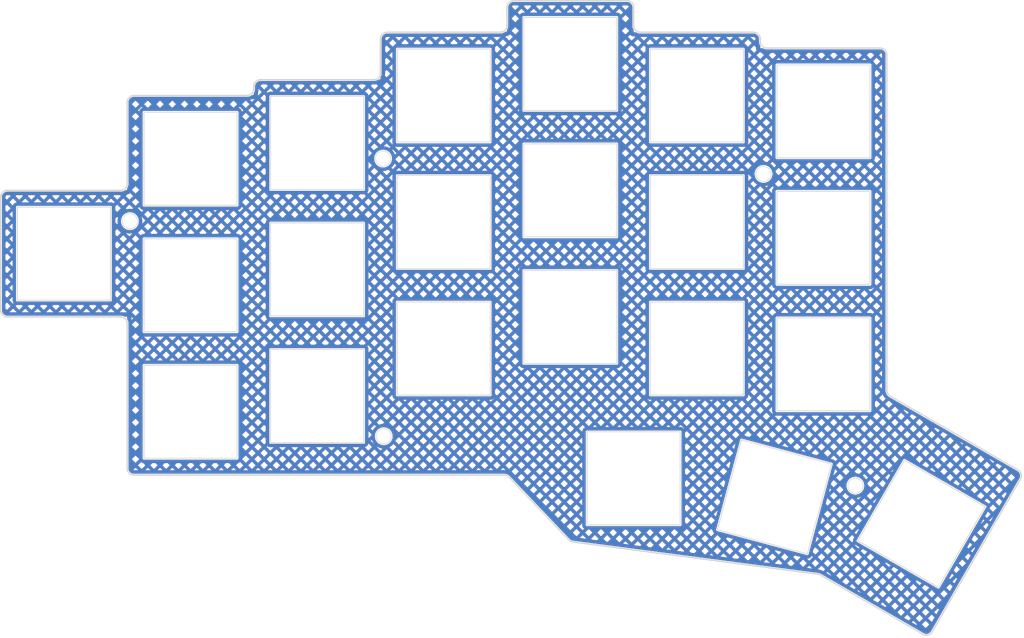
<source format=kicad_pcb>
(kicad_pcb (version 20211014) (generator pcbnew)
  (layers (0 "F.Cu" signal) (31 "B.Cu" signal) (34 "B.Paste" user) (35 "F.Paste" user) (36 "B.SilkS" user "B.Silkscreen") (37 "F.SilkS" user "F.Silkscreen") (38 "B.Mask" user) (39 "F.Mask" user) (44 "Edge.Cuts" user))
  (net 0 "")
  (footprint "kbd:SW_Hole" (layer "F.Cu") (at 42.721463 76.099368)
    (fp_text reference "K18" hide)
    (fp_text value "KEYSW" hide)
    (fp_line (start -7 -7) (end -7 7) (layer "Edge.Cuts") (width 0.12))
    (fp_line (start 7 7) (end 7 -7) (layer "Edge.Cuts") (width 0.12))
    (fp_line (start 7 -7) (end -7 -7) (layer "Edge.Cuts") (width 0.12))
    (fp_line (start -7 7) (end 7 7) (layer "Edge.Cuts") (width 0.12))
  )
  (footprint "kbd:SW_Hole" (layer "F.Cu") (at 118.721463 47.599367)
    (fp_text reference "K21" hide)
    (fp_text value "KEYSW" hide)
    (fp_line (start 7 7) (end 7 -7) (layer "Edge.Cuts") (width 0.12))
    (fp_line (start -7 7) (end 7 7) (layer "Edge.Cuts") (width 0.12))
    (fp_line (start 7 -7) (end -7 -7) (layer "Edge.Cuts") (width 0.12))
    (fp_line (start -7 -7) (end -7 7) (layer "Edge.Cuts") (width 0.12))
  )
  (footprint "kbd:SW_Hole" (layer "F.Cu") (at 42.721463 57.099368)
    (fp_text reference "K14" hide)
    (fp_text value "KEYSW" hide)
    (fp_line (start -7 -7) (end -7 7) (layer "Edge.Cuts") (width 0.12))
    (fp_line (start -7 7) (end 7 7) (layer "Edge.Cuts") (width 0.12))
    (fp_line (start 7 -7) (end -7 -7) (layer "Edge.Cuts") (width 0.12))
    (fp_line (start 7 7) (end 7 -7) (layer "Edge.Cuts") (width 0.12))
  )
  (footprint "kbd:SW_Hole" (layer "F.Cu") (at 61.721463 35.724368)
    (fp_text reference "K13" hide)
    (fp_text value "KEYSW" hide)
    (fp_line (start 7 -7) (end -7 -7) (layer "Edge.Cuts") (width 0.12))
    (fp_line (start -7 7) (end 7 7) (layer "Edge.Cuts") (width 0.12))
    (fp_line (start -7 -7) (end -7 7) (layer "Edge.Cuts") (width 0.12))
    (fp_line (start 7 7) (end 7 -7) (layer "Edge.Cuts") (width 0.12))
  )
  (footprint "kbd:SW_Hole" (layer "F.Cu") (at 152.426296 92.925796 60)
    (fp_text reference "K22" hide)
    (fp_text value "KEYSW" hide)
    (fp_line (start -7 7) (end 7 7) (layer "Edge.Cuts") (width 0.12))
    (fp_line (start 7 -7) (end -7 -7) (layer "Edge.Cuts") (width 0.12))
    (fp_line (start -7 -7) (end -7 7) (layer "Edge.Cuts") (width 0.12))
    (fp_line (start 7 7) (end 7 -7) (layer "Edge.Cuts") (width 0.12))
  )
  (footprint "kbd:M2_Hole_Edge_Cut" (layer "F.Cu") (at 128.721463 40.374367)
    (fp_text reference "H8")
    (fp_text value "MountingHole")
    (fp_circle (center 0 0) (end 1.15 0) (layer "Edge.Cuts") (width 0.1) (fill none))
  )
  (footprint "kbd:SW_Hole" (layer "F.Cu") (at 80.721463 66.599368)
    (fp_text reference "K9" hide)
    (fp_text value "KEYSW" hide)
    (fp_line (start 7 -7) (end -7 -7) (layer "Edge.Cuts") (width 0.12))
    (fp_line (start 7 7) (end 7 -7) (layer "Edge.Cuts") (width 0.12))
    (fp_line (start -7 7) (end 7 7) (layer "Edge.Cuts") (width 0.12))
    (fp_line (start -7 -7) (end -7 7) (layer "Edge.Cuts") (width 0.12))
  )
  (footprint "kbd:M2_Hole_Edge_Cut" (layer "F.Cu") (at 71.621463 38.074367)
    (fp_text reference "H4")
    (fp_text value "MountingHole")
    (fp_circle (center 0 0) (end 1.15 0) (layer "Edge.Cuts") (width 0.1) (fill none))
  )
  (footprint "kbd:SW_Hole" (layer "F.Cu") (at 130.35654 88.881582 -15)
    (fp_text reference "K1" hide)
    (fp_text value "KEYSW" hide)
    (fp_line (start 7 -7) (end -7 -7) (layer "Edge.Cuts") (width 0.12))
    (fp_line (start 7 7) (end 7 -7) (layer "Edge.Cuts") (width 0.12))
    (fp_line (start -7 -7) (end -7 7) (layer "Edge.Cuts") (width 0.12))
    (fp_line (start -7 7) (end 7 7) (layer "Edge.Cuts") (width 0.12))
  )
  (footprint "kbd:SW_Hole" (layer "F.Cu") (at 99.721463 23.849368)
    (fp_text reference "K11" hide)
    (fp_text value "KEYSW" hide)
    (fp_line (start -7 -7) (end -7 7) (layer "Edge.Cuts") (width 0.12))
    (fp_line (start 7 7) (end 7 -7) (layer "Edge.Cuts") (width 0.12))
    (fp_line (start -7 7) (end 7 7) (layer "Edge.Cuts") (width 0.12))
    (fp_line (start 7 -7) (end -7 -7) (layer "Edge.Cuts") (width 0.12))
  )
  (footprint "kbd:SW_Hole" (layer "F.Cu") (at 42.721463 38.099368)
    (fp_text reference "K7" hide)
    (fp_text value "KEYSW" hide)
    (fp_line (start 7 7) (end 7 -7) (layer "Edge.Cuts") (width 0.12))
    (fp_line (start 7 -7) (end -7 -7) (layer "Edge.Cuts") (width 0.12))
    (fp_line (start -7 7) (end 7 7) (layer "Edge.Cuts") (width 0.12))
    (fp_line (start -7 -7) (end -7 7) (layer "Edge.Cuts") (width 0.12))
  )
  (footprint "kbd:SW_Hole" (layer "F.Cu") (at 118.721463 66.599367)
    (fp_text reference "K12" hide)
    (fp_text value "KEYSW" hide)
    (fp_line (start 7 -7) (end -7 -7) (layer "Edge.Cuts") (width 0.12))
    (fp_line (start -7 -7) (end -7 7) (layer "Edge.Cuts") (width 0.12))
    (fp_line (start -7 7) (end 7 7) (layer "Edge.Cuts") (width 0.12))
    (fp_line (start 7 7) (end 7 -7) (layer "Edge.Cuts") (width 0.12))
  )
  (footprint "kbd:M2_Hole_Edge_Cut" (layer "F.Cu") (at 33.621463 47.474367)
    (fp_text reference "H3")
    (fp_text value "MountingHole")
    (fp_circle (center 0 0) (end 1.15 0) (layer "Edge.Cuts") (width 0.1) (fill none))
  )
  (footprint "kbd:SW_Hole" (layer "F.Cu") (at 118.721463 28.599367)
    (fp_text reference "K16" hide)
    (fp_text value "KEYSW" hide)
    (fp_line (start 7 7) (end 7 -7) (layer "Edge.Cuts") (width 0.12))
    (fp_line (start 7 -7) (end -7 -7) (layer "Edge.Cuts") (width 0.12))
    (fp_line (start -7 -7) (end -7 7) (layer "Edge.Cuts") (width 0.12))
    (fp_line (start -7 7) (end 7 7) (layer "Edge.Cuts") (width 0.12))
  )
  (footprint "kbd:SW_Hole" (layer "F.Cu") (at 80.721463 47.599368)
    (fp_text reference "K6" hide)
    (fp_text value "KEYSW" hide)
    (fp_line (start 7 7) (end 7 -7) (layer "Edge.Cuts") (width 0.12))
    (fp_line (start -7 7) (end 7 7) (layer "Edge.Cuts") (width 0.12))
    (fp_line (start 7 -7) (end -7 -7) (layer "Edge.Cuts") (width 0.12))
    (fp_line (start -7 -7) (end -7 7) (layer "Edge.Cuts") (width 0.12))
  )
  (footprint "kbd:SW_Hole" (layer "F.Cu") (at 109.221463 86.099097)
    (fp_text reference "K5" hide)
    (fp_text value "KEYSW" hide)
    (fp_line (start 7 7) (end 7 -7) (layer "Edge.Cuts") (width 0.12))
    (fp_line (start -7 -7) (end -7 7) (layer "Edge.Cuts") (width 0.12))
    (fp_line (start -7 7) (end 7 7) (layer "Edge.Cuts") (width 0.12))
    (fp_line (start 7 -7) (end -7 -7) (layer "Edge.Cuts") (width 0.12))
  )
  (footprint "kbd:SW_Hole" (layer "F.Cu") (at 137.721463 49.974367)
    (fp_text reference "K3" hide)
    (fp_text value "KEYSW" hide)
    (fp_line (start 7 7) (end 7 -7) (layer "Edge.Cuts") (width 0.12))
    (fp_line (start -7 7) (end 7 7) (layer "Edge.Cuts") (width 0.12))
    (fp_line (start 7 -7) (end -7 -7) (layer "Edge.Cuts") (width 0.12))
    (fp_line (start -7 -7) (end -7 7) (layer "Edge.Cuts") (width 0.12))
  )
  (footprint "kbd:SW_Hole" (layer "F.Cu") (at 23.721464 52.349367)
    (fp_text reference "K10" hide)
    (fp_text value "KEYSW" hide)
    (fp_line (start -7 -7) (end -7 7) (layer "Edge.Cuts") (width 0.12))
    (fp_line (start -7 7) (end 7 7) (layer "Edge.Cuts") (width 0.12))
    (fp_line (start 7 -7) (end -7 -7) (layer "Edge.Cuts") (width 0.12))
    (fp_line (start 7 7) (end 7 -7) (layer "Edge.Cuts") (width 0.12))
  )
  (footprint "kbd:SW_Hole" (layer "F.Cu") (at 99.721463 42.849368)
    (fp_text reference "K19" hide)
    (fp_text value "KEYSW" hide)
    (fp_line (start 7 -7) (end -7 -7) (layer "Edge.Cuts") (width 0.12))
    (fp_line (start -7 7) (end 7 7) (layer "Edge.Cuts") (width 0.12))
    (fp_line (start -7 -7) (end -7 7) (layer "Edge.Cuts") (width 0.12))
    (fp_line (start 7 7) (end 7 -7) (layer "Edge.Cuts") (width 0.12))
  )
  (footprint "kbd:SW_Hole" (layer "F.Cu") (at 61.721463 73.724368)
    (fp_text reference "K8" hide)
    (fp_text value "KEYSW" hide)
    (fp_line (start 7 7) (end 7 -7) (layer "Edge.Cuts") (width 0.12))
    (fp_line (start -7 7) (end 7 7) (layer "Edge.Cuts") (width 0.12))
    (fp_line (start 7 -7) (end -7 -7) (layer "Edge.Cuts") (width 0.12))
    (fp_line (start -7 -7) (end -7 7) (layer "Edge.Cuts") (width 0.12))
  )
  (footprint "kbd:M2_Hole_Edge_Cut" (layer "F.Cu") (at 71.721463 79.774367)
    (fp_text reference "H5")
    (fp_text value "MountingHole")
    (fp_circle (center 0 0) (end 1.15 0) (layer "Edge.Cuts") (width 0.1) (fill none))
  )
  (footprint "kbd:SW_Hole" (layer "F.Cu") (at 137.721463 30.974367)
    (fp_text reference "K4" hide)
    (fp_text value "KEYSW" hide)
    (fp_line (start 7 7) (end 7 -7) (layer "Edge.Cuts") (width 0.12))
    (fp_line (start -7 -7) (end -7 7) (layer "Edge.Cuts") (width 0.12))
    (fp_line (start 7 -7) (end -7 -7) (layer "Edge.Cuts") (width 0.12))
    (fp_line (start -7 7) (end 7 7) (layer "Edge.Cuts") (width 0.12))
  )
  (footprint "kbd:SW_Hole" (layer "F.Cu") (at 137.721463 68.974367)
    (fp_text reference "K2" hide)
    (fp_text value "KEYSW" hide)
    (fp_line (start -7 7) (end 7 7) (layer "Edge.Cuts") (width 0.12))
    (fp_line (start 7 -7) (end -7 -7) (layer "Edge.Cuts") (width 0.12))
    (fp_line (start 7 7) (end 7 -7) (layer "Edge.Cuts") (width 0.12))
    (fp_line (start -7 -7) (end -7 7) (layer "Edge.Cuts") (width 0.12))
  )
  (footprint "kbd:SW_Hole" (layer "F.Cu") (at 99.721463 61.849368)
    (fp_text reference "K15" hide)
    (fp_text value "KEYSW" hide)
    (fp_line (start -7 -7) (end -7 7) (layer "Edge.Cuts") (width 0.12))
    (fp_line (start 7 -7) (end -7 -7) (layer "Edge.Cuts") (width 0.12))
    (fp_line (start -7 7) (end 7 7) (layer "Edge.Cuts") (width 0.12))
    (fp_line (start 7 7) (end 7 -7) (layer "Edge.Cuts") (width 0.12))
  )
  (footprint "kbd:M2_Hole_Edge_Cut" (layer "F.Cu") (at 142.507505 87.19918)
    (fp_text reference "H9")
    (fp_text value "MountingHole")
    (fp_circle (center 0 0) (end 1.15 0) (layer "Edge.Cuts") (width 0.1) (fill none))
  )
  (footprint "kbd:SW_Hole" (layer "F.Cu") (at 61.721463 54.724368)
    (fp_text reference "K17" hide)
    (fp_text value "KEYSW" hide)
    (fp_line (start -7 7) (end 7 7) (layer "Edge.Cuts") (width 0.12))
    (fp_line (start -7 -7) (end -7 7) (layer "Edge.Cuts") (width 0.12))
    (fp_line (start 7 -7) (end -7 -7) (layer "Edge.Cuts") (width 0.12))
    (fp_line (start 7 7) (end 7 -7) (layer "Edge.Cuts") (width 0.12))
  )
  (footprint "kbd:SW_Hole" (layer "F.Cu") (at 80.721463 28.599368)
    (fp_text reference "K20" hide)
    (fp_text value "KEYSW" hide)
    (fp_line (start 7 7) (end 7 -7) (layer "Edge.Cuts") (width 0.12))
    (fp_line (start -7 -7) (end -7 7) (layer "Edge.Cuts") (width 0.12))
    (fp_line (start 7 -7) (end -7 -7) (layer "Edge.Cuts") (width 0.12))
    (fp_line (start -7 7) (end 7 7) (layer "Edge.Cuts") (width 0.12))
  )
  (gr_arc (start 89.796623 85.599366) (mid 90.187011 85.679618) (end 90.514076 85.907372) (layer "Edge.Cuts") (width 0.2))
  (gr_arc (start 166.912511 84.834934) (mid 167.378437 85.442141) (end 167.278537 86.20096) (layer "Edge.Cuts") (width 0.2))
  (gr_arc (start 90.221463 18.099368) (mid 89.92857 18.806475) (end 89.221463 19.099368) (layer "Edge.Cuts") (width 0.2))
  (gr_line (start 15.221464 42.849368) (end 32.221465 42.849368) (layer "Edge.Cuts") (width 0.2))
  (gr_line (start 33.221463 84.609762) (end 33.221463 62.849367) (layer "Edge.Cuts") (width 0.2))
  (gr_line (start 99.480311 95.345258) (end 90.514076 85.907372) (layer "Edge.Cuts") (width 0.2))
  (gr_line (start 147.721463 73.754978) (end 166.912511 84.834934) (layer "Edge.Cuts") (width 0.2))
  (gr_line (start 147.221463 22.474368) (end 147.221463 72.888952) (layer "Edge.Cuts") (width 0.2))
  (gr_arc (start 52.221466 27.599371) (mid 51.928571 28.306477) (end 51.221463 28.599368) (layer "Edge.Cuts") (width 0.2))
  (gr_arc (start 71.221463 25.224368) (mid 70.92857 25.931475) (end 70.221463 26.224368) (layer "Edge.Cuts") (width 0.2))
  (gr_line (start 52.221463 27.599368) (end 52.221463 27.224367) (layer "Edge.Cuts") (width 0.2))
  (gr_line (start 71.221463 25.224368) (end 71.221463 20.099368) (layer "Edge.Cuts") (width 0.2))
  (gr_arc (start 146.221463 21.474368) (mid 146.92857 21.767261) (end 147.221463 22.474368) (layer "Edge.Cuts") (width 0.2))
  (gr_arc (start 108.221463 14.349368) (mid 108.92857 14.642261) (end 109.221463 15.349368) (layer "Edge.Cuts") (width 0.2))
  (gr_line (start 110.221463 19.099367) (end 127.221463 19.099367) (layer "Edge.Cuts") (width 0.2))
  (gr_line (start 89.796623 85.599366) (end 51.221463 85.599366) (layer "Edge.Cuts") (width 0.2))
  (gr_line (start 152.662511 109.516658) (end 137.244527 100.615081) (layer "Edge.Cuts") (width 0.2))
  (gr_arc (start 110.221462 19.099368) (mid 109.514356 18.806474) (end 109.221463 18.099367) (layer "Edge.Cuts") (width 0.2))
  (gr_arc (start 34.211068 85.599367) (mid 33.511312 85.309518) (end 33.221463 84.609762) (layer "Edge.Cuts") (width 0.2))
  (gr_line (start 51.221463 85.599366) (end 34.211068 85.599366) (layer "Edge.Cuts") (width 0.2))
  (gr_arc (start 52.221463 27.224368) (mid 52.514356 26.517261) (end 53.221463 26.224368) (layer "Edge.Cuts") (width 0.2))
  (gr_line (start 53.221463 26.224368) (end 70.221463 26.224368) (layer "Edge.Cuts") (width 0.2))
  (gr_line (start 14.221465 60.849368) (end 14.221465 43.849369) (layer "Edge.Cuts") (width 0.2))
  (gr_arc (start 15.221464 61.849367) (mid 14.514358 61.556474) (end 14.221465 60.849368) (layer "Edge.Cuts") (width 0.2))
  (gr_arc (start 14.221465 43.849369) (mid 14.514358 43.142262) (end 15.221464 42.849368) (layer "Edge.Cuts") (width 0.2))
  (gr_arc (start 32.221466 61.849364) (mid 32.928572 62.142259) (end 33.221463 62.849367) (layer "Edge.Cuts") (width 0.2))
  (gr_arc (start 129.221463 21.474367) (mid 128.514356 21.181474) (end 128.221463 20.474367) (layer "Edge.Cuts") (width 0.2))
  (gr_arc (start 33.221465 41.84937) (mid 32.928571 42.556475) (end 32.221464 42.849367) (layer "Edge.Cuts") (width 0.2))
  (gr_arc (start 90.221463 15.349368) (mid 90.514356 14.642261) (end 91.221463 14.349368) (layer "Edge.Cuts") (width 0.2))
  (gr_arc (start 127.221463 19.099367) (mid 127.92857 19.39226) (end 128.221463 20.099367) (layer "Edge.Cuts") (width 0.2))
  (gr_arc (start 100.068595 95.644797) (mid 99.748739 95.545528) (end 99.480311 95.345258) (layer "Edge.Cuts") (width 0.2))
  (gr_line (start 136.878894 100.490965) (end 100.068595 95.644797) (layer "Edge.Cuts") (width 0.2))
  (gr_line (start 109.221463 15.349368) (end 109.221463 18.099367) (layer "Edge.Cuts") (width 0.2))
  (gr_line (start 128.221463 20.099367) (end 128.221463 20.474367) (layer "Edge.Cuts") (width 0.2))
  (gr_arc (start 33.221464 29.599368) (mid 33.514357 28.892261) (end 34.221464 28.599368) (layer "Edge.Cuts") (width 0.2))
  (gr_line (start 33.221464 41.849368) (end 33.221464 29.599368) (layer "Edge.Cuts") (width 0.2))
  (gr_line (start 129.221463 21.474367) (end 146.221463 21.474368) (layer "Edge.Cuts") (width 0.2))
  (gr_line (start 167.278537 86.20096) (end 154.028537 109.150633) (layer "Edge.Cuts") (width 0.2))
  (gr_arc (start 136.878894 100.490965) (mid 137.067823 100.535017) (end 137.244527 100.615081) (layer "Edge.Cuts") (width 0.2))
  (gr_arc (start 147.721463 73.754977) (mid 147.355438 73.388952) (end 147.221463 72.888952) (layer "Edge.Cuts") (width 0.2))
  (gr_arc (start 71.221462 20.099368) (mid 71.514356 19.392261) (end 72.221463 19.099367) (layer "Edge.Cuts") (width 0.2))
  (gr_line (start 90.221463 18.099368) (end 90.221463 15.349368) (layer "Edge.Cuts") (width 0.2))
  (gr_line (start 32.221464 61.849368) (end 15.221464 61.849368) (layer "Edge.Cuts") (width 0.2))
  (gr_line (start 91.221463 14.349368) (end 108.221463 14.349368) (layer "Edge.Cuts") (width 0.2))
  (gr_line (start 72.221463 19.099367) (end 89.221463 19.099368) (layer "Edge.Cuts") (width 0.2))
  (gr_arc (start 154.028536 109.150633) (mid 153.42133 109.616559) (end 152.662511 109.516658) (layer "Edge.Cuts") (width 0.2))
  (gr_line (start 34.221464 28.599368) (end 51.221463 28.599368) (layer "Edge.Cuts") (width 0.2))
  (zone (net 0) (net_name "") (layers F&B.Cu) (priority 1) (connect_pads (clearance 0.2)) (min_thickness 0.25) (fill yes (mode hatch) (thermal_gap 0.5) (thermal_bridge_width 0.5) (hatch_thickness 0.5) (hatch_gap 0.8) (hatch_orientation 45) (hatch_border_algorithm hatch_thickness) (hatch_min_hole_area 0.3))
    (polygon (pts (xy 109.221463 19.104952) (xy 128.221463 19.104952) (xy 128.221463 21.504952) (xy 147.221463 21.504952) (xy 147.221463 23.804952) (xy 147.721464 73.349367) (xy 167.821463 85.204952) (xy 153.421463 109.904952) (xy 137.021463 100.504952) (xy 99.721463 95.504952) (xy 90.121463 85.504952) (xy 33.221463 85.604952) (xy 33.221463 61.804952) (xy 14.121463 61.804952) (xy 14.221463 42.904952) (xy 33.221463 42.804952) (xy 33.221463 28.504952) (xy 52.221463 28.504952) (xy 52.221463 26.204952) (xy 71.221463 26.204952) (xy 71.221463 19.004952) (xy 90.221463 19.004952) (xy 90.221463 14.304952) (xy 109.221463 14.304952)))
  )
)
</source>
